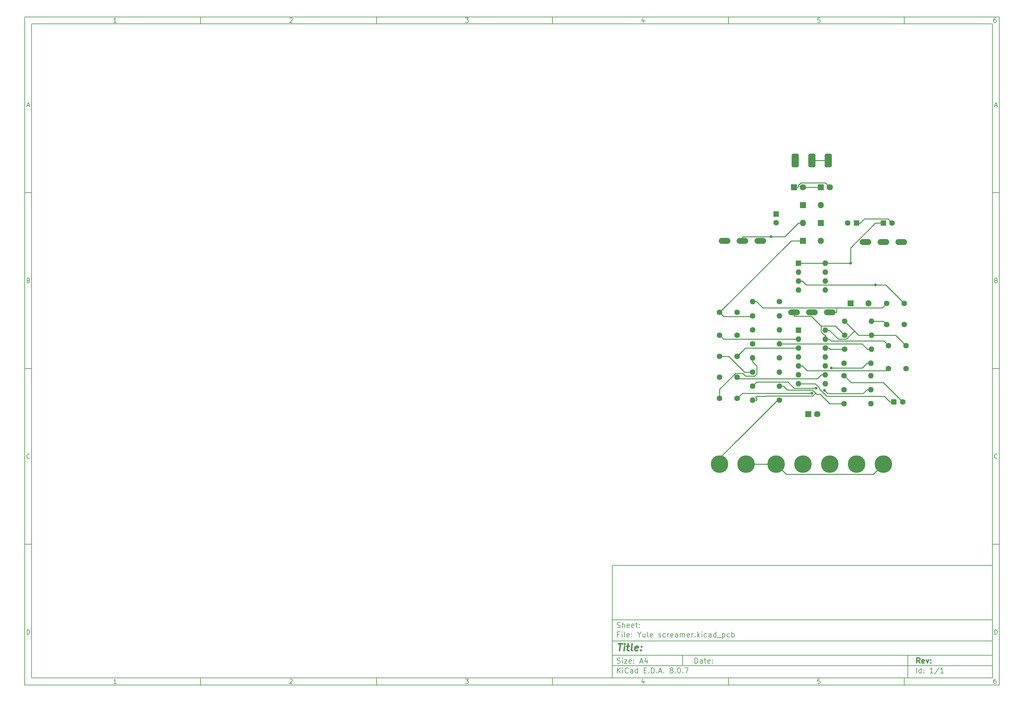
<source format=gbr>
%TF.GenerationSoftware,KiCad,Pcbnew,8.0.7*%
%TF.CreationDate,2024-12-12T07:23:30-07:00*%
%TF.ProjectId,Yule screamer,59756c65-2073-4637-9265-616d65722e6b,rev?*%
%TF.SameCoordinates,Original*%
%TF.FileFunction,Copper,L2,Bot*%
%TF.FilePolarity,Positive*%
%FSLAX46Y46*%
G04 Gerber Fmt 4.6, Leading zero omitted, Abs format (unit mm)*
G04 Created by KiCad (PCBNEW 8.0.7) date 2024-12-12 07:23:30*
%MOMM*%
%LPD*%
G01*
G04 APERTURE LIST*
G04 Aperture macros list*
%AMRoundRect*
0 Rectangle with rounded corners*
0 $1 Rounding radius*
0 $2 $3 $4 $5 $6 $7 $8 $9 X,Y pos of 4 corners*
0 Add a 4 corners polygon primitive as box body*
4,1,4,$2,$3,$4,$5,$6,$7,$8,$9,$2,$3,0*
0 Add four circle primitives for the rounded corners*
1,1,$1+$1,$2,$3*
1,1,$1+$1,$4,$5*
1,1,$1+$1,$6,$7*
1,1,$1+$1,$8,$9*
0 Add four rect primitives between the rounded corners*
20,1,$1+$1,$2,$3,$4,$5,0*
20,1,$1+$1,$4,$5,$6,$7,0*
20,1,$1+$1,$6,$7,$8,$9,0*
20,1,$1+$1,$8,$9,$2,$3,0*%
G04 Aperture macros list end*
%ADD10C,0.100000*%
%ADD11C,0.150000*%
%ADD12C,0.300000*%
%ADD13C,0.400000*%
%TA.AperFunction,ComponentPad*%
%ADD14C,1.600000*%
%TD*%
%TA.AperFunction,ComponentPad*%
%ADD15O,1.600000X1.600000*%
%TD*%
%TA.AperFunction,ComponentPad*%
%ADD16C,2.900000*%
%TD*%
%TA.AperFunction,ConnectorPad*%
%ADD17C,5.000000*%
%TD*%
%TA.AperFunction,ComponentPad*%
%ADD18R,1.800000X1.800000*%
%TD*%
%TA.AperFunction,ComponentPad*%
%ADD19C,1.800000*%
%TD*%
%TA.AperFunction,ComponentPad*%
%ADD20O,3.352800X1.676400*%
%TD*%
%TA.AperFunction,ComponentPad*%
%ADD21R,1.600000X1.600000*%
%TD*%
%TA.AperFunction,ComponentPad*%
%ADD22O,1.800000X1.800000*%
%TD*%
%TA.AperFunction,ComponentPad*%
%ADD23RoundRect,0.525000X-0.525000X1.425000X-0.525000X-1.425000X0.525000X-1.425000X0.525000X1.425000X0*%
%TD*%
%TA.AperFunction,ViaPad*%
%ADD24C,0.800000*%
%TD*%
%TA.AperFunction,Conductor*%
%ADD25C,0.250000*%
%TD*%
G04 APERTURE END LIST*
D10*
D11*
X177002200Y-166007200D02*
X285002200Y-166007200D01*
X285002200Y-198007200D01*
X177002200Y-198007200D01*
X177002200Y-166007200D01*
D10*
D11*
X10000000Y-10000000D02*
X287002200Y-10000000D01*
X287002200Y-200007200D01*
X10000000Y-200007200D01*
X10000000Y-10000000D01*
D10*
D11*
X12000000Y-12000000D02*
X285002200Y-12000000D01*
X285002200Y-198007200D01*
X12000000Y-198007200D01*
X12000000Y-12000000D01*
D10*
D11*
X60000000Y-12000000D02*
X60000000Y-10000000D01*
D10*
D11*
X110000000Y-12000000D02*
X110000000Y-10000000D01*
D10*
D11*
X160000000Y-12000000D02*
X160000000Y-10000000D01*
D10*
D11*
X210000000Y-12000000D02*
X210000000Y-10000000D01*
D10*
D11*
X260000000Y-12000000D02*
X260000000Y-10000000D01*
D10*
D11*
X36089160Y-11593604D02*
X35346303Y-11593604D01*
X35717731Y-11593604D02*
X35717731Y-10293604D01*
X35717731Y-10293604D02*
X35593922Y-10479319D01*
X35593922Y-10479319D02*
X35470112Y-10603128D01*
X35470112Y-10603128D02*
X35346303Y-10665033D01*
D10*
D11*
X85346303Y-10417414D02*
X85408207Y-10355509D01*
X85408207Y-10355509D02*
X85532017Y-10293604D01*
X85532017Y-10293604D02*
X85841541Y-10293604D01*
X85841541Y-10293604D02*
X85965350Y-10355509D01*
X85965350Y-10355509D02*
X86027255Y-10417414D01*
X86027255Y-10417414D02*
X86089160Y-10541223D01*
X86089160Y-10541223D02*
X86089160Y-10665033D01*
X86089160Y-10665033D02*
X86027255Y-10850747D01*
X86027255Y-10850747D02*
X85284398Y-11593604D01*
X85284398Y-11593604D02*
X86089160Y-11593604D01*
D10*
D11*
X135284398Y-10293604D02*
X136089160Y-10293604D01*
X136089160Y-10293604D02*
X135655826Y-10788842D01*
X135655826Y-10788842D02*
X135841541Y-10788842D01*
X135841541Y-10788842D02*
X135965350Y-10850747D01*
X135965350Y-10850747D02*
X136027255Y-10912652D01*
X136027255Y-10912652D02*
X136089160Y-11036461D01*
X136089160Y-11036461D02*
X136089160Y-11345985D01*
X136089160Y-11345985D02*
X136027255Y-11469795D01*
X136027255Y-11469795D02*
X135965350Y-11531700D01*
X135965350Y-11531700D02*
X135841541Y-11593604D01*
X135841541Y-11593604D02*
X135470112Y-11593604D01*
X135470112Y-11593604D02*
X135346303Y-11531700D01*
X135346303Y-11531700D02*
X135284398Y-11469795D01*
D10*
D11*
X185965350Y-10726938D02*
X185965350Y-11593604D01*
X185655826Y-10231700D02*
X185346303Y-11160271D01*
X185346303Y-11160271D02*
X186151064Y-11160271D01*
D10*
D11*
X236027255Y-10293604D02*
X235408207Y-10293604D01*
X235408207Y-10293604D02*
X235346303Y-10912652D01*
X235346303Y-10912652D02*
X235408207Y-10850747D01*
X235408207Y-10850747D02*
X235532017Y-10788842D01*
X235532017Y-10788842D02*
X235841541Y-10788842D01*
X235841541Y-10788842D02*
X235965350Y-10850747D01*
X235965350Y-10850747D02*
X236027255Y-10912652D01*
X236027255Y-10912652D02*
X236089160Y-11036461D01*
X236089160Y-11036461D02*
X236089160Y-11345985D01*
X236089160Y-11345985D02*
X236027255Y-11469795D01*
X236027255Y-11469795D02*
X235965350Y-11531700D01*
X235965350Y-11531700D02*
X235841541Y-11593604D01*
X235841541Y-11593604D02*
X235532017Y-11593604D01*
X235532017Y-11593604D02*
X235408207Y-11531700D01*
X235408207Y-11531700D02*
X235346303Y-11469795D01*
D10*
D11*
X285965350Y-10293604D02*
X285717731Y-10293604D01*
X285717731Y-10293604D02*
X285593922Y-10355509D01*
X285593922Y-10355509D02*
X285532017Y-10417414D01*
X285532017Y-10417414D02*
X285408207Y-10603128D01*
X285408207Y-10603128D02*
X285346303Y-10850747D01*
X285346303Y-10850747D02*
X285346303Y-11345985D01*
X285346303Y-11345985D02*
X285408207Y-11469795D01*
X285408207Y-11469795D02*
X285470112Y-11531700D01*
X285470112Y-11531700D02*
X285593922Y-11593604D01*
X285593922Y-11593604D02*
X285841541Y-11593604D01*
X285841541Y-11593604D02*
X285965350Y-11531700D01*
X285965350Y-11531700D02*
X286027255Y-11469795D01*
X286027255Y-11469795D02*
X286089160Y-11345985D01*
X286089160Y-11345985D02*
X286089160Y-11036461D01*
X286089160Y-11036461D02*
X286027255Y-10912652D01*
X286027255Y-10912652D02*
X285965350Y-10850747D01*
X285965350Y-10850747D02*
X285841541Y-10788842D01*
X285841541Y-10788842D02*
X285593922Y-10788842D01*
X285593922Y-10788842D02*
X285470112Y-10850747D01*
X285470112Y-10850747D02*
X285408207Y-10912652D01*
X285408207Y-10912652D02*
X285346303Y-11036461D01*
D10*
D11*
X60000000Y-198007200D02*
X60000000Y-200007200D01*
D10*
D11*
X110000000Y-198007200D02*
X110000000Y-200007200D01*
D10*
D11*
X160000000Y-198007200D02*
X160000000Y-200007200D01*
D10*
D11*
X210000000Y-198007200D02*
X210000000Y-200007200D01*
D10*
D11*
X260000000Y-198007200D02*
X260000000Y-200007200D01*
D10*
D11*
X36089160Y-199600804D02*
X35346303Y-199600804D01*
X35717731Y-199600804D02*
X35717731Y-198300804D01*
X35717731Y-198300804D02*
X35593922Y-198486519D01*
X35593922Y-198486519D02*
X35470112Y-198610328D01*
X35470112Y-198610328D02*
X35346303Y-198672233D01*
D10*
D11*
X85346303Y-198424614D02*
X85408207Y-198362709D01*
X85408207Y-198362709D02*
X85532017Y-198300804D01*
X85532017Y-198300804D02*
X85841541Y-198300804D01*
X85841541Y-198300804D02*
X85965350Y-198362709D01*
X85965350Y-198362709D02*
X86027255Y-198424614D01*
X86027255Y-198424614D02*
X86089160Y-198548423D01*
X86089160Y-198548423D02*
X86089160Y-198672233D01*
X86089160Y-198672233D02*
X86027255Y-198857947D01*
X86027255Y-198857947D02*
X85284398Y-199600804D01*
X85284398Y-199600804D02*
X86089160Y-199600804D01*
D10*
D11*
X135284398Y-198300804D02*
X136089160Y-198300804D01*
X136089160Y-198300804D02*
X135655826Y-198796042D01*
X135655826Y-198796042D02*
X135841541Y-198796042D01*
X135841541Y-198796042D02*
X135965350Y-198857947D01*
X135965350Y-198857947D02*
X136027255Y-198919852D01*
X136027255Y-198919852D02*
X136089160Y-199043661D01*
X136089160Y-199043661D02*
X136089160Y-199353185D01*
X136089160Y-199353185D02*
X136027255Y-199476995D01*
X136027255Y-199476995D02*
X135965350Y-199538900D01*
X135965350Y-199538900D02*
X135841541Y-199600804D01*
X135841541Y-199600804D02*
X135470112Y-199600804D01*
X135470112Y-199600804D02*
X135346303Y-199538900D01*
X135346303Y-199538900D02*
X135284398Y-199476995D01*
D10*
D11*
X185965350Y-198734138D02*
X185965350Y-199600804D01*
X185655826Y-198238900D02*
X185346303Y-199167471D01*
X185346303Y-199167471D02*
X186151064Y-199167471D01*
D10*
D11*
X236027255Y-198300804D02*
X235408207Y-198300804D01*
X235408207Y-198300804D02*
X235346303Y-198919852D01*
X235346303Y-198919852D02*
X235408207Y-198857947D01*
X235408207Y-198857947D02*
X235532017Y-198796042D01*
X235532017Y-198796042D02*
X235841541Y-198796042D01*
X235841541Y-198796042D02*
X235965350Y-198857947D01*
X235965350Y-198857947D02*
X236027255Y-198919852D01*
X236027255Y-198919852D02*
X236089160Y-199043661D01*
X236089160Y-199043661D02*
X236089160Y-199353185D01*
X236089160Y-199353185D02*
X236027255Y-199476995D01*
X236027255Y-199476995D02*
X235965350Y-199538900D01*
X235965350Y-199538900D02*
X235841541Y-199600804D01*
X235841541Y-199600804D02*
X235532017Y-199600804D01*
X235532017Y-199600804D02*
X235408207Y-199538900D01*
X235408207Y-199538900D02*
X235346303Y-199476995D01*
D10*
D11*
X285965350Y-198300804D02*
X285717731Y-198300804D01*
X285717731Y-198300804D02*
X285593922Y-198362709D01*
X285593922Y-198362709D02*
X285532017Y-198424614D01*
X285532017Y-198424614D02*
X285408207Y-198610328D01*
X285408207Y-198610328D02*
X285346303Y-198857947D01*
X285346303Y-198857947D02*
X285346303Y-199353185D01*
X285346303Y-199353185D02*
X285408207Y-199476995D01*
X285408207Y-199476995D02*
X285470112Y-199538900D01*
X285470112Y-199538900D02*
X285593922Y-199600804D01*
X285593922Y-199600804D02*
X285841541Y-199600804D01*
X285841541Y-199600804D02*
X285965350Y-199538900D01*
X285965350Y-199538900D02*
X286027255Y-199476995D01*
X286027255Y-199476995D02*
X286089160Y-199353185D01*
X286089160Y-199353185D02*
X286089160Y-199043661D01*
X286089160Y-199043661D02*
X286027255Y-198919852D01*
X286027255Y-198919852D02*
X285965350Y-198857947D01*
X285965350Y-198857947D02*
X285841541Y-198796042D01*
X285841541Y-198796042D02*
X285593922Y-198796042D01*
X285593922Y-198796042D02*
X285470112Y-198857947D01*
X285470112Y-198857947D02*
X285408207Y-198919852D01*
X285408207Y-198919852D02*
X285346303Y-199043661D01*
D10*
D11*
X10000000Y-60000000D02*
X12000000Y-60000000D01*
D10*
D11*
X10000000Y-110000000D02*
X12000000Y-110000000D01*
D10*
D11*
X10000000Y-160000000D02*
X12000000Y-160000000D01*
D10*
D11*
X10690476Y-35222176D02*
X11309523Y-35222176D01*
X10566666Y-35593604D02*
X10999999Y-34293604D01*
X10999999Y-34293604D02*
X11433333Y-35593604D01*
D10*
D11*
X11092857Y-84912652D02*
X11278571Y-84974557D01*
X11278571Y-84974557D02*
X11340476Y-85036461D01*
X11340476Y-85036461D02*
X11402380Y-85160271D01*
X11402380Y-85160271D02*
X11402380Y-85345985D01*
X11402380Y-85345985D02*
X11340476Y-85469795D01*
X11340476Y-85469795D02*
X11278571Y-85531700D01*
X11278571Y-85531700D02*
X11154761Y-85593604D01*
X11154761Y-85593604D02*
X10659523Y-85593604D01*
X10659523Y-85593604D02*
X10659523Y-84293604D01*
X10659523Y-84293604D02*
X11092857Y-84293604D01*
X11092857Y-84293604D02*
X11216666Y-84355509D01*
X11216666Y-84355509D02*
X11278571Y-84417414D01*
X11278571Y-84417414D02*
X11340476Y-84541223D01*
X11340476Y-84541223D02*
X11340476Y-84665033D01*
X11340476Y-84665033D02*
X11278571Y-84788842D01*
X11278571Y-84788842D02*
X11216666Y-84850747D01*
X11216666Y-84850747D02*
X11092857Y-84912652D01*
X11092857Y-84912652D02*
X10659523Y-84912652D01*
D10*
D11*
X11402380Y-135469795D02*
X11340476Y-135531700D01*
X11340476Y-135531700D02*
X11154761Y-135593604D01*
X11154761Y-135593604D02*
X11030952Y-135593604D01*
X11030952Y-135593604D02*
X10845238Y-135531700D01*
X10845238Y-135531700D02*
X10721428Y-135407890D01*
X10721428Y-135407890D02*
X10659523Y-135284080D01*
X10659523Y-135284080D02*
X10597619Y-135036461D01*
X10597619Y-135036461D02*
X10597619Y-134850747D01*
X10597619Y-134850747D02*
X10659523Y-134603128D01*
X10659523Y-134603128D02*
X10721428Y-134479319D01*
X10721428Y-134479319D02*
X10845238Y-134355509D01*
X10845238Y-134355509D02*
X11030952Y-134293604D01*
X11030952Y-134293604D02*
X11154761Y-134293604D01*
X11154761Y-134293604D02*
X11340476Y-134355509D01*
X11340476Y-134355509D02*
X11402380Y-134417414D01*
D10*
D11*
X10659523Y-185593604D02*
X10659523Y-184293604D01*
X10659523Y-184293604D02*
X10969047Y-184293604D01*
X10969047Y-184293604D02*
X11154761Y-184355509D01*
X11154761Y-184355509D02*
X11278571Y-184479319D01*
X11278571Y-184479319D02*
X11340476Y-184603128D01*
X11340476Y-184603128D02*
X11402380Y-184850747D01*
X11402380Y-184850747D02*
X11402380Y-185036461D01*
X11402380Y-185036461D02*
X11340476Y-185284080D01*
X11340476Y-185284080D02*
X11278571Y-185407890D01*
X11278571Y-185407890D02*
X11154761Y-185531700D01*
X11154761Y-185531700D02*
X10969047Y-185593604D01*
X10969047Y-185593604D02*
X10659523Y-185593604D01*
D10*
D11*
X287002200Y-60000000D02*
X285002200Y-60000000D01*
D10*
D11*
X287002200Y-110000000D02*
X285002200Y-110000000D01*
D10*
D11*
X287002200Y-160000000D02*
X285002200Y-160000000D01*
D10*
D11*
X285692676Y-35222176D02*
X286311723Y-35222176D01*
X285568866Y-35593604D02*
X286002199Y-34293604D01*
X286002199Y-34293604D02*
X286435533Y-35593604D01*
D10*
D11*
X286095057Y-84912652D02*
X286280771Y-84974557D01*
X286280771Y-84974557D02*
X286342676Y-85036461D01*
X286342676Y-85036461D02*
X286404580Y-85160271D01*
X286404580Y-85160271D02*
X286404580Y-85345985D01*
X286404580Y-85345985D02*
X286342676Y-85469795D01*
X286342676Y-85469795D02*
X286280771Y-85531700D01*
X286280771Y-85531700D02*
X286156961Y-85593604D01*
X286156961Y-85593604D02*
X285661723Y-85593604D01*
X285661723Y-85593604D02*
X285661723Y-84293604D01*
X285661723Y-84293604D02*
X286095057Y-84293604D01*
X286095057Y-84293604D02*
X286218866Y-84355509D01*
X286218866Y-84355509D02*
X286280771Y-84417414D01*
X286280771Y-84417414D02*
X286342676Y-84541223D01*
X286342676Y-84541223D02*
X286342676Y-84665033D01*
X286342676Y-84665033D02*
X286280771Y-84788842D01*
X286280771Y-84788842D02*
X286218866Y-84850747D01*
X286218866Y-84850747D02*
X286095057Y-84912652D01*
X286095057Y-84912652D02*
X285661723Y-84912652D01*
D10*
D11*
X286404580Y-135469795D02*
X286342676Y-135531700D01*
X286342676Y-135531700D02*
X286156961Y-135593604D01*
X286156961Y-135593604D02*
X286033152Y-135593604D01*
X286033152Y-135593604D02*
X285847438Y-135531700D01*
X285847438Y-135531700D02*
X285723628Y-135407890D01*
X285723628Y-135407890D02*
X285661723Y-135284080D01*
X285661723Y-135284080D02*
X285599819Y-135036461D01*
X285599819Y-135036461D02*
X285599819Y-134850747D01*
X285599819Y-134850747D02*
X285661723Y-134603128D01*
X285661723Y-134603128D02*
X285723628Y-134479319D01*
X285723628Y-134479319D02*
X285847438Y-134355509D01*
X285847438Y-134355509D02*
X286033152Y-134293604D01*
X286033152Y-134293604D02*
X286156961Y-134293604D01*
X286156961Y-134293604D02*
X286342676Y-134355509D01*
X286342676Y-134355509D02*
X286404580Y-134417414D01*
D10*
D11*
X285661723Y-185593604D02*
X285661723Y-184293604D01*
X285661723Y-184293604D02*
X285971247Y-184293604D01*
X285971247Y-184293604D02*
X286156961Y-184355509D01*
X286156961Y-184355509D02*
X286280771Y-184479319D01*
X286280771Y-184479319D02*
X286342676Y-184603128D01*
X286342676Y-184603128D02*
X286404580Y-184850747D01*
X286404580Y-184850747D02*
X286404580Y-185036461D01*
X286404580Y-185036461D02*
X286342676Y-185284080D01*
X286342676Y-185284080D02*
X286280771Y-185407890D01*
X286280771Y-185407890D02*
X286156961Y-185531700D01*
X286156961Y-185531700D02*
X285971247Y-185593604D01*
X285971247Y-185593604D02*
X285661723Y-185593604D01*
D10*
D11*
X200458026Y-193793328D02*
X200458026Y-192293328D01*
X200458026Y-192293328D02*
X200815169Y-192293328D01*
X200815169Y-192293328D02*
X201029455Y-192364757D01*
X201029455Y-192364757D02*
X201172312Y-192507614D01*
X201172312Y-192507614D02*
X201243741Y-192650471D01*
X201243741Y-192650471D02*
X201315169Y-192936185D01*
X201315169Y-192936185D02*
X201315169Y-193150471D01*
X201315169Y-193150471D02*
X201243741Y-193436185D01*
X201243741Y-193436185D02*
X201172312Y-193579042D01*
X201172312Y-193579042D02*
X201029455Y-193721900D01*
X201029455Y-193721900D02*
X200815169Y-193793328D01*
X200815169Y-193793328D02*
X200458026Y-193793328D01*
X202600884Y-193793328D02*
X202600884Y-193007614D01*
X202600884Y-193007614D02*
X202529455Y-192864757D01*
X202529455Y-192864757D02*
X202386598Y-192793328D01*
X202386598Y-192793328D02*
X202100884Y-192793328D01*
X202100884Y-192793328D02*
X201958026Y-192864757D01*
X202600884Y-193721900D02*
X202458026Y-193793328D01*
X202458026Y-193793328D02*
X202100884Y-193793328D01*
X202100884Y-193793328D02*
X201958026Y-193721900D01*
X201958026Y-193721900D02*
X201886598Y-193579042D01*
X201886598Y-193579042D02*
X201886598Y-193436185D01*
X201886598Y-193436185D02*
X201958026Y-193293328D01*
X201958026Y-193293328D02*
X202100884Y-193221900D01*
X202100884Y-193221900D02*
X202458026Y-193221900D01*
X202458026Y-193221900D02*
X202600884Y-193150471D01*
X203100884Y-192793328D02*
X203672312Y-192793328D01*
X203315169Y-192293328D02*
X203315169Y-193579042D01*
X203315169Y-193579042D02*
X203386598Y-193721900D01*
X203386598Y-193721900D02*
X203529455Y-193793328D01*
X203529455Y-193793328D02*
X203672312Y-193793328D01*
X204743741Y-193721900D02*
X204600884Y-193793328D01*
X204600884Y-193793328D02*
X204315170Y-193793328D01*
X204315170Y-193793328D02*
X204172312Y-193721900D01*
X204172312Y-193721900D02*
X204100884Y-193579042D01*
X204100884Y-193579042D02*
X204100884Y-193007614D01*
X204100884Y-193007614D02*
X204172312Y-192864757D01*
X204172312Y-192864757D02*
X204315170Y-192793328D01*
X204315170Y-192793328D02*
X204600884Y-192793328D01*
X204600884Y-192793328D02*
X204743741Y-192864757D01*
X204743741Y-192864757D02*
X204815170Y-193007614D01*
X204815170Y-193007614D02*
X204815170Y-193150471D01*
X204815170Y-193150471D02*
X204100884Y-193293328D01*
X205458026Y-193650471D02*
X205529455Y-193721900D01*
X205529455Y-193721900D02*
X205458026Y-193793328D01*
X205458026Y-193793328D02*
X205386598Y-193721900D01*
X205386598Y-193721900D02*
X205458026Y-193650471D01*
X205458026Y-193650471D02*
X205458026Y-193793328D01*
X205458026Y-192864757D02*
X205529455Y-192936185D01*
X205529455Y-192936185D02*
X205458026Y-193007614D01*
X205458026Y-193007614D02*
X205386598Y-192936185D01*
X205386598Y-192936185D02*
X205458026Y-192864757D01*
X205458026Y-192864757D02*
X205458026Y-193007614D01*
D10*
D11*
X177002200Y-194507200D02*
X285002200Y-194507200D01*
D10*
D11*
X178458026Y-196593328D02*
X178458026Y-195093328D01*
X179315169Y-196593328D02*
X178672312Y-195736185D01*
X179315169Y-195093328D02*
X178458026Y-195950471D01*
X179958026Y-196593328D02*
X179958026Y-195593328D01*
X179958026Y-195093328D02*
X179886598Y-195164757D01*
X179886598Y-195164757D02*
X179958026Y-195236185D01*
X179958026Y-195236185D02*
X180029455Y-195164757D01*
X180029455Y-195164757D02*
X179958026Y-195093328D01*
X179958026Y-195093328D02*
X179958026Y-195236185D01*
X181529455Y-196450471D02*
X181458027Y-196521900D01*
X181458027Y-196521900D02*
X181243741Y-196593328D01*
X181243741Y-196593328D02*
X181100884Y-196593328D01*
X181100884Y-196593328D02*
X180886598Y-196521900D01*
X180886598Y-196521900D02*
X180743741Y-196379042D01*
X180743741Y-196379042D02*
X180672312Y-196236185D01*
X180672312Y-196236185D02*
X180600884Y-195950471D01*
X180600884Y-195950471D02*
X180600884Y-195736185D01*
X180600884Y-195736185D02*
X180672312Y-195450471D01*
X180672312Y-195450471D02*
X180743741Y-195307614D01*
X180743741Y-195307614D02*
X180886598Y-195164757D01*
X180886598Y-195164757D02*
X181100884Y-195093328D01*
X181100884Y-195093328D02*
X181243741Y-195093328D01*
X181243741Y-195093328D02*
X181458027Y-195164757D01*
X181458027Y-195164757D02*
X181529455Y-195236185D01*
X182815170Y-196593328D02*
X182815170Y-195807614D01*
X182815170Y-195807614D02*
X182743741Y-195664757D01*
X182743741Y-195664757D02*
X182600884Y-195593328D01*
X182600884Y-195593328D02*
X182315170Y-195593328D01*
X182315170Y-195593328D02*
X182172312Y-195664757D01*
X182815170Y-196521900D02*
X182672312Y-196593328D01*
X182672312Y-196593328D02*
X182315170Y-196593328D01*
X182315170Y-196593328D02*
X182172312Y-196521900D01*
X182172312Y-196521900D02*
X182100884Y-196379042D01*
X182100884Y-196379042D02*
X182100884Y-196236185D01*
X182100884Y-196236185D02*
X182172312Y-196093328D01*
X182172312Y-196093328D02*
X182315170Y-196021900D01*
X182315170Y-196021900D02*
X182672312Y-196021900D01*
X182672312Y-196021900D02*
X182815170Y-195950471D01*
X184172313Y-196593328D02*
X184172313Y-195093328D01*
X184172313Y-196521900D02*
X184029455Y-196593328D01*
X184029455Y-196593328D02*
X183743741Y-196593328D01*
X183743741Y-196593328D02*
X183600884Y-196521900D01*
X183600884Y-196521900D02*
X183529455Y-196450471D01*
X183529455Y-196450471D02*
X183458027Y-196307614D01*
X183458027Y-196307614D02*
X183458027Y-195879042D01*
X183458027Y-195879042D02*
X183529455Y-195736185D01*
X183529455Y-195736185D02*
X183600884Y-195664757D01*
X183600884Y-195664757D02*
X183743741Y-195593328D01*
X183743741Y-195593328D02*
X184029455Y-195593328D01*
X184029455Y-195593328D02*
X184172313Y-195664757D01*
X186029455Y-195807614D02*
X186529455Y-195807614D01*
X186743741Y-196593328D02*
X186029455Y-196593328D01*
X186029455Y-196593328D02*
X186029455Y-195093328D01*
X186029455Y-195093328D02*
X186743741Y-195093328D01*
X187386598Y-196450471D02*
X187458027Y-196521900D01*
X187458027Y-196521900D02*
X187386598Y-196593328D01*
X187386598Y-196593328D02*
X187315170Y-196521900D01*
X187315170Y-196521900D02*
X187386598Y-196450471D01*
X187386598Y-196450471D02*
X187386598Y-196593328D01*
X188100884Y-196593328D02*
X188100884Y-195093328D01*
X188100884Y-195093328D02*
X188458027Y-195093328D01*
X188458027Y-195093328D02*
X188672313Y-195164757D01*
X188672313Y-195164757D02*
X188815170Y-195307614D01*
X188815170Y-195307614D02*
X188886599Y-195450471D01*
X188886599Y-195450471D02*
X188958027Y-195736185D01*
X188958027Y-195736185D02*
X188958027Y-195950471D01*
X188958027Y-195950471D02*
X188886599Y-196236185D01*
X188886599Y-196236185D02*
X188815170Y-196379042D01*
X188815170Y-196379042D02*
X188672313Y-196521900D01*
X188672313Y-196521900D02*
X188458027Y-196593328D01*
X188458027Y-196593328D02*
X188100884Y-196593328D01*
X189600884Y-196450471D02*
X189672313Y-196521900D01*
X189672313Y-196521900D02*
X189600884Y-196593328D01*
X189600884Y-196593328D02*
X189529456Y-196521900D01*
X189529456Y-196521900D02*
X189600884Y-196450471D01*
X189600884Y-196450471D02*
X189600884Y-196593328D01*
X190243742Y-196164757D02*
X190958028Y-196164757D01*
X190100885Y-196593328D02*
X190600885Y-195093328D01*
X190600885Y-195093328D02*
X191100885Y-196593328D01*
X191600884Y-196450471D02*
X191672313Y-196521900D01*
X191672313Y-196521900D02*
X191600884Y-196593328D01*
X191600884Y-196593328D02*
X191529456Y-196521900D01*
X191529456Y-196521900D02*
X191600884Y-196450471D01*
X191600884Y-196450471D02*
X191600884Y-196593328D01*
X193672313Y-195736185D02*
X193529456Y-195664757D01*
X193529456Y-195664757D02*
X193458027Y-195593328D01*
X193458027Y-195593328D02*
X193386599Y-195450471D01*
X193386599Y-195450471D02*
X193386599Y-195379042D01*
X193386599Y-195379042D02*
X193458027Y-195236185D01*
X193458027Y-195236185D02*
X193529456Y-195164757D01*
X193529456Y-195164757D02*
X193672313Y-195093328D01*
X193672313Y-195093328D02*
X193958027Y-195093328D01*
X193958027Y-195093328D02*
X194100885Y-195164757D01*
X194100885Y-195164757D02*
X194172313Y-195236185D01*
X194172313Y-195236185D02*
X194243742Y-195379042D01*
X194243742Y-195379042D02*
X194243742Y-195450471D01*
X194243742Y-195450471D02*
X194172313Y-195593328D01*
X194172313Y-195593328D02*
X194100885Y-195664757D01*
X194100885Y-195664757D02*
X193958027Y-195736185D01*
X193958027Y-195736185D02*
X193672313Y-195736185D01*
X193672313Y-195736185D02*
X193529456Y-195807614D01*
X193529456Y-195807614D02*
X193458027Y-195879042D01*
X193458027Y-195879042D02*
X193386599Y-196021900D01*
X193386599Y-196021900D02*
X193386599Y-196307614D01*
X193386599Y-196307614D02*
X193458027Y-196450471D01*
X193458027Y-196450471D02*
X193529456Y-196521900D01*
X193529456Y-196521900D02*
X193672313Y-196593328D01*
X193672313Y-196593328D02*
X193958027Y-196593328D01*
X193958027Y-196593328D02*
X194100885Y-196521900D01*
X194100885Y-196521900D02*
X194172313Y-196450471D01*
X194172313Y-196450471D02*
X194243742Y-196307614D01*
X194243742Y-196307614D02*
X194243742Y-196021900D01*
X194243742Y-196021900D02*
X194172313Y-195879042D01*
X194172313Y-195879042D02*
X194100885Y-195807614D01*
X194100885Y-195807614D02*
X193958027Y-195736185D01*
X194886598Y-196450471D02*
X194958027Y-196521900D01*
X194958027Y-196521900D02*
X194886598Y-196593328D01*
X194886598Y-196593328D02*
X194815170Y-196521900D01*
X194815170Y-196521900D02*
X194886598Y-196450471D01*
X194886598Y-196450471D02*
X194886598Y-196593328D01*
X195886599Y-195093328D02*
X196029456Y-195093328D01*
X196029456Y-195093328D02*
X196172313Y-195164757D01*
X196172313Y-195164757D02*
X196243742Y-195236185D01*
X196243742Y-195236185D02*
X196315170Y-195379042D01*
X196315170Y-195379042D02*
X196386599Y-195664757D01*
X196386599Y-195664757D02*
X196386599Y-196021900D01*
X196386599Y-196021900D02*
X196315170Y-196307614D01*
X196315170Y-196307614D02*
X196243742Y-196450471D01*
X196243742Y-196450471D02*
X196172313Y-196521900D01*
X196172313Y-196521900D02*
X196029456Y-196593328D01*
X196029456Y-196593328D02*
X195886599Y-196593328D01*
X195886599Y-196593328D02*
X195743742Y-196521900D01*
X195743742Y-196521900D02*
X195672313Y-196450471D01*
X195672313Y-196450471D02*
X195600884Y-196307614D01*
X195600884Y-196307614D02*
X195529456Y-196021900D01*
X195529456Y-196021900D02*
X195529456Y-195664757D01*
X195529456Y-195664757D02*
X195600884Y-195379042D01*
X195600884Y-195379042D02*
X195672313Y-195236185D01*
X195672313Y-195236185D02*
X195743742Y-195164757D01*
X195743742Y-195164757D02*
X195886599Y-195093328D01*
X197029455Y-196450471D02*
X197100884Y-196521900D01*
X197100884Y-196521900D02*
X197029455Y-196593328D01*
X197029455Y-196593328D02*
X196958027Y-196521900D01*
X196958027Y-196521900D02*
X197029455Y-196450471D01*
X197029455Y-196450471D02*
X197029455Y-196593328D01*
X197600884Y-195093328D02*
X198600884Y-195093328D01*
X198600884Y-195093328D02*
X197958027Y-196593328D01*
D10*
D11*
X177002200Y-191507200D02*
X285002200Y-191507200D01*
D10*
D12*
X264413853Y-193785528D02*
X263913853Y-193071242D01*
X263556710Y-193785528D02*
X263556710Y-192285528D01*
X263556710Y-192285528D02*
X264128139Y-192285528D01*
X264128139Y-192285528D02*
X264270996Y-192356957D01*
X264270996Y-192356957D02*
X264342425Y-192428385D01*
X264342425Y-192428385D02*
X264413853Y-192571242D01*
X264413853Y-192571242D02*
X264413853Y-192785528D01*
X264413853Y-192785528D02*
X264342425Y-192928385D01*
X264342425Y-192928385D02*
X264270996Y-192999814D01*
X264270996Y-192999814D02*
X264128139Y-193071242D01*
X264128139Y-193071242D02*
X263556710Y-193071242D01*
X265628139Y-193714100D02*
X265485282Y-193785528D01*
X265485282Y-193785528D02*
X265199568Y-193785528D01*
X265199568Y-193785528D02*
X265056710Y-193714100D01*
X265056710Y-193714100D02*
X264985282Y-193571242D01*
X264985282Y-193571242D02*
X264985282Y-192999814D01*
X264985282Y-192999814D02*
X265056710Y-192856957D01*
X265056710Y-192856957D02*
X265199568Y-192785528D01*
X265199568Y-192785528D02*
X265485282Y-192785528D01*
X265485282Y-192785528D02*
X265628139Y-192856957D01*
X265628139Y-192856957D02*
X265699568Y-192999814D01*
X265699568Y-192999814D02*
X265699568Y-193142671D01*
X265699568Y-193142671D02*
X264985282Y-193285528D01*
X266199567Y-192785528D02*
X266556710Y-193785528D01*
X266556710Y-193785528D02*
X266913853Y-192785528D01*
X267485281Y-193642671D02*
X267556710Y-193714100D01*
X267556710Y-193714100D02*
X267485281Y-193785528D01*
X267485281Y-193785528D02*
X267413853Y-193714100D01*
X267413853Y-193714100D02*
X267485281Y-193642671D01*
X267485281Y-193642671D02*
X267485281Y-193785528D01*
X267485281Y-192856957D02*
X267556710Y-192928385D01*
X267556710Y-192928385D02*
X267485281Y-192999814D01*
X267485281Y-192999814D02*
X267413853Y-192928385D01*
X267413853Y-192928385D02*
X267485281Y-192856957D01*
X267485281Y-192856957D02*
X267485281Y-192999814D01*
D10*
D11*
X178386598Y-193721900D02*
X178600884Y-193793328D01*
X178600884Y-193793328D02*
X178958026Y-193793328D01*
X178958026Y-193793328D02*
X179100884Y-193721900D01*
X179100884Y-193721900D02*
X179172312Y-193650471D01*
X179172312Y-193650471D02*
X179243741Y-193507614D01*
X179243741Y-193507614D02*
X179243741Y-193364757D01*
X179243741Y-193364757D02*
X179172312Y-193221900D01*
X179172312Y-193221900D02*
X179100884Y-193150471D01*
X179100884Y-193150471D02*
X178958026Y-193079042D01*
X178958026Y-193079042D02*
X178672312Y-193007614D01*
X178672312Y-193007614D02*
X178529455Y-192936185D01*
X178529455Y-192936185D02*
X178458026Y-192864757D01*
X178458026Y-192864757D02*
X178386598Y-192721900D01*
X178386598Y-192721900D02*
X178386598Y-192579042D01*
X178386598Y-192579042D02*
X178458026Y-192436185D01*
X178458026Y-192436185D02*
X178529455Y-192364757D01*
X178529455Y-192364757D02*
X178672312Y-192293328D01*
X178672312Y-192293328D02*
X179029455Y-192293328D01*
X179029455Y-192293328D02*
X179243741Y-192364757D01*
X179886597Y-193793328D02*
X179886597Y-192793328D01*
X179886597Y-192293328D02*
X179815169Y-192364757D01*
X179815169Y-192364757D02*
X179886597Y-192436185D01*
X179886597Y-192436185D02*
X179958026Y-192364757D01*
X179958026Y-192364757D02*
X179886597Y-192293328D01*
X179886597Y-192293328D02*
X179886597Y-192436185D01*
X180458026Y-192793328D02*
X181243741Y-192793328D01*
X181243741Y-192793328D02*
X180458026Y-193793328D01*
X180458026Y-193793328D02*
X181243741Y-193793328D01*
X182386598Y-193721900D02*
X182243741Y-193793328D01*
X182243741Y-193793328D02*
X181958027Y-193793328D01*
X181958027Y-193793328D02*
X181815169Y-193721900D01*
X181815169Y-193721900D02*
X181743741Y-193579042D01*
X181743741Y-193579042D02*
X181743741Y-193007614D01*
X181743741Y-193007614D02*
X181815169Y-192864757D01*
X181815169Y-192864757D02*
X181958027Y-192793328D01*
X181958027Y-192793328D02*
X182243741Y-192793328D01*
X182243741Y-192793328D02*
X182386598Y-192864757D01*
X182386598Y-192864757D02*
X182458027Y-193007614D01*
X182458027Y-193007614D02*
X182458027Y-193150471D01*
X182458027Y-193150471D02*
X181743741Y-193293328D01*
X183100883Y-193650471D02*
X183172312Y-193721900D01*
X183172312Y-193721900D02*
X183100883Y-193793328D01*
X183100883Y-193793328D02*
X183029455Y-193721900D01*
X183029455Y-193721900D02*
X183100883Y-193650471D01*
X183100883Y-193650471D02*
X183100883Y-193793328D01*
X183100883Y-192864757D02*
X183172312Y-192936185D01*
X183172312Y-192936185D02*
X183100883Y-193007614D01*
X183100883Y-193007614D02*
X183029455Y-192936185D01*
X183029455Y-192936185D02*
X183100883Y-192864757D01*
X183100883Y-192864757D02*
X183100883Y-193007614D01*
X184886598Y-193364757D02*
X185600884Y-193364757D01*
X184743741Y-193793328D02*
X185243741Y-192293328D01*
X185243741Y-192293328D02*
X185743741Y-193793328D01*
X186886598Y-192793328D02*
X186886598Y-193793328D01*
X186529455Y-192221900D02*
X186172312Y-193293328D01*
X186172312Y-193293328D02*
X187100883Y-193293328D01*
D10*
D11*
X263458026Y-196593328D02*
X263458026Y-195093328D01*
X264815170Y-196593328D02*
X264815170Y-195093328D01*
X264815170Y-196521900D02*
X264672312Y-196593328D01*
X264672312Y-196593328D02*
X264386598Y-196593328D01*
X264386598Y-196593328D02*
X264243741Y-196521900D01*
X264243741Y-196521900D02*
X264172312Y-196450471D01*
X264172312Y-196450471D02*
X264100884Y-196307614D01*
X264100884Y-196307614D02*
X264100884Y-195879042D01*
X264100884Y-195879042D02*
X264172312Y-195736185D01*
X264172312Y-195736185D02*
X264243741Y-195664757D01*
X264243741Y-195664757D02*
X264386598Y-195593328D01*
X264386598Y-195593328D02*
X264672312Y-195593328D01*
X264672312Y-195593328D02*
X264815170Y-195664757D01*
X265529455Y-196450471D02*
X265600884Y-196521900D01*
X265600884Y-196521900D02*
X265529455Y-196593328D01*
X265529455Y-196593328D02*
X265458027Y-196521900D01*
X265458027Y-196521900D02*
X265529455Y-196450471D01*
X265529455Y-196450471D02*
X265529455Y-196593328D01*
X265529455Y-195664757D02*
X265600884Y-195736185D01*
X265600884Y-195736185D02*
X265529455Y-195807614D01*
X265529455Y-195807614D02*
X265458027Y-195736185D01*
X265458027Y-195736185D02*
X265529455Y-195664757D01*
X265529455Y-195664757D02*
X265529455Y-195807614D01*
X268172313Y-196593328D02*
X267315170Y-196593328D01*
X267743741Y-196593328D02*
X267743741Y-195093328D01*
X267743741Y-195093328D02*
X267600884Y-195307614D01*
X267600884Y-195307614D02*
X267458027Y-195450471D01*
X267458027Y-195450471D02*
X267315170Y-195521900D01*
X269886598Y-195021900D02*
X268600884Y-196950471D01*
X271172313Y-196593328D02*
X270315170Y-196593328D01*
X270743741Y-196593328D02*
X270743741Y-195093328D01*
X270743741Y-195093328D02*
X270600884Y-195307614D01*
X270600884Y-195307614D02*
X270458027Y-195450471D01*
X270458027Y-195450471D02*
X270315170Y-195521900D01*
D10*
D11*
X177002200Y-187507200D02*
X285002200Y-187507200D01*
D10*
D13*
X178693928Y-188211638D02*
X179836785Y-188211638D01*
X179015357Y-190211638D02*
X179265357Y-188211638D01*
X180253452Y-190211638D02*
X180420119Y-188878304D01*
X180503452Y-188211638D02*
X180396309Y-188306876D01*
X180396309Y-188306876D02*
X180479643Y-188402114D01*
X180479643Y-188402114D02*
X180586786Y-188306876D01*
X180586786Y-188306876D02*
X180503452Y-188211638D01*
X180503452Y-188211638D02*
X180479643Y-188402114D01*
X181086786Y-188878304D02*
X181848690Y-188878304D01*
X181455833Y-188211638D02*
X181241548Y-189925923D01*
X181241548Y-189925923D02*
X181312976Y-190116400D01*
X181312976Y-190116400D02*
X181491548Y-190211638D01*
X181491548Y-190211638D02*
X181682024Y-190211638D01*
X182634405Y-190211638D02*
X182455833Y-190116400D01*
X182455833Y-190116400D02*
X182384405Y-189925923D01*
X182384405Y-189925923D02*
X182598690Y-188211638D01*
X184170119Y-190116400D02*
X183967738Y-190211638D01*
X183967738Y-190211638D02*
X183586785Y-190211638D01*
X183586785Y-190211638D02*
X183408214Y-190116400D01*
X183408214Y-190116400D02*
X183336785Y-189925923D01*
X183336785Y-189925923D02*
X183432024Y-189164019D01*
X183432024Y-189164019D02*
X183551071Y-188973542D01*
X183551071Y-188973542D02*
X183753452Y-188878304D01*
X183753452Y-188878304D02*
X184134404Y-188878304D01*
X184134404Y-188878304D02*
X184312976Y-188973542D01*
X184312976Y-188973542D02*
X184384404Y-189164019D01*
X184384404Y-189164019D02*
X184360595Y-189354495D01*
X184360595Y-189354495D02*
X183384404Y-189544971D01*
X185134405Y-190021161D02*
X185217738Y-190116400D01*
X185217738Y-190116400D02*
X185110595Y-190211638D01*
X185110595Y-190211638D02*
X185027262Y-190116400D01*
X185027262Y-190116400D02*
X185134405Y-190021161D01*
X185134405Y-190021161D02*
X185110595Y-190211638D01*
X185265357Y-188973542D02*
X185348690Y-189068780D01*
X185348690Y-189068780D02*
X185241548Y-189164019D01*
X185241548Y-189164019D02*
X185158214Y-189068780D01*
X185158214Y-189068780D02*
X185265357Y-188973542D01*
X185265357Y-188973542D02*
X185241548Y-189164019D01*
D10*
D11*
X178958026Y-185607614D02*
X178458026Y-185607614D01*
X178458026Y-186393328D02*
X178458026Y-184893328D01*
X178458026Y-184893328D02*
X179172312Y-184893328D01*
X179743740Y-186393328D02*
X179743740Y-185393328D01*
X179743740Y-184893328D02*
X179672312Y-184964757D01*
X179672312Y-184964757D02*
X179743740Y-185036185D01*
X179743740Y-185036185D02*
X179815169Y-184964757D01*
X179815169Y-184964757D02*
X179743740Y-184893328D01*
X179743740Y-184893328D02*
X179743740Y-185036185D01*
X180672312Y-186393328D02*
X180529455Y-186321900D01*
X180529455Y-186321900D02*
X180458026Y-186179042D01*
X180458026Y-186179042D02*
X180458026Y-184893328D01*
X181815169Y-186321900D02*
X181672312Y-186393328D01*
X181672312Y-186393328D02*
X181386598Y-186393328D01*
X181386598Y-186393328D02*
X181243740Y-186321900D01*
X181243740Y-186321900D02*
X181172312Y-186179042D01*
X181172312Y-186179042D02*
X181172312Y-185607614D01*
X181172312Y-185607614D02*
X181243740Y-185464757D01*
X181243740Y-185464757D02*
X181386598Y-185393328D01*
X181386598Y-185393328D02*
X181672312Y-185393328D01*
X181672312Y-185393328D02*
X181815169Y-185464757D01*
X181815169Y-185464757D02*
X181886598Y-185607614D01*
X181886598Y-185607614D02*
X181886598Y-185750471D01*
X181886598Y-185750471D02*
X181172312Y-185893328D01*
X182529454Y-186250471D02*
X182600883Y-186321900D01*
X182600883Y-186321900D02*
X182529454Y-186393328D01*
X182529454Y-186393328D02*
X182458026Y-186321900D01*
X182458026Y-186321900D02*
X182529454Y-186250471D01*
X182529454Y-186250471D02*
X182529454Y-186393328D01*
X182529454Y-185464757D02*
X182600883Y-185536185D01*
X182600883Y-185536185D02*
X182529454Y-185607614D01*
X182529454Y-185607614D02*
X182458026Y-185536185D01*
X182458026Y-185536185D02*
X182529454Y-185464757D01*
X182529454Y-185464757D02*
X182529454Y-185607614D01*
X184672312Y-185679042D02*
X184672312Y-186393328D01*
X184172312Y-184893328D02*
X184672312Y-185679042D01*
X184672312Y-185679042D02*
X185172312Y-184893328D01*
X186315169Y-185393328D02*
X186315169Y-186393328D01*
X185672311Y-185393328D02*
X185672311Y-186179042D01*
X185672311Y-186179042D02*
X185743740Y-186321900D01*
X185743740Y-186321900D02*
X185886597Y-186393328D01*
X185886597Y-186393328D02*
X186100883Y-186393328D01*
X186100883Y-186393328D02*
X186243740Y-186321900D01*
X186243740Y-186321900D02*
X186315169Y-186250471D01*
X187243740Y-186393328D02*
X187100883Y-186321900D01*
X187100883Y-186321900D02*
X187029454Y-186179042D01*
X187029454Y-186179042D02*
X187029454Y-184893328D01*
X188386597Y-186321900D02*
X188243740Y-186393328D01*
X188243740Y-186393328D02*
X187958026Y-186393328D01*
X187958026Y-186393328D02*
X187815168Y-186321900D01*
X187815168Y-186321900D02*
X187743740Y-186179042D01*
X187743740Y-186179042D02*
X187743740Y-185607614D01*
X187743740Y-185607614D02*
X187815168Y-185464757D01*
X187815168Y-185464757D02*
X187958026Y-185393328D01*
X187958026Y-185393328D02*
X188243740Y-185393328D01*
X188243740Y-185393328D02*
X188386597Y-185464757D01*
X188386597Y-185464757D02*
X188458026Y-185607614D01*
X188458026Y-185607614D02*
X188458026Y-185750471D01*
X188458026Y-185750471D02*
X187743740Y-185893328D01*
X190172311Y-186321900D02*
X190315168Y-186393328D01*
X190315168Y-186393328D02*
X190600882Y-186393328D01*
X190600882Y-186393328D02*
X190743739Y-186321900D01*
X190743739Y-186321900D02*
X190815168Y-186179042D01*
X190815168Y-186179042D02*
X190815168Y-186107614D01*
X190815168Y-186107614D02*
X190743739Y-185964757D01*
X190743739Y-185964757D02*
X190600882Y-185893328D01*
X190600882Y-185893328D02*
X190386597Y-185893328D01*
X190386597Y-185893328D02*
X190243739Y-185821900D01*
X190243739Y-185821900D02*
X190172311Y-185679042D01*
X190172311Y-185679042D02*
X190172311Y-185607614D01*
X190172311Y-185607614D02*
X190243739Y-185464757D01*
X190243739Y-185464757D02*
X190386597Y-185393328D01*
X190386597Y-185393328D02*
X190600882Y-185393328D01*
X190600882Y-185393328D02*
X190743739Y-185464757D01*
X192100883Y-186321900D02*
X191958025Y-186393328D01*
X191958025Y-186393328D02*
X191672311Y-186393328D01*
X191672311Y-186393328D02*
X191529454Y-186321900D01*
X191529454Y-186321900D02*
X191458025Y-186250471D01*
X191458025Y-186250471D02*
X191386597Y-186107614D01*
X191386597Y-186107614D02*
X191386597Y-185679042D01*
X191386597Y-185679042D02*
X191458025Y-185536185D01*
X191458025Y-185536185D02*
X191529454Y-185464757D01*
X191529454Y-185464757D02*
X191672311Y-185393328D01*
X191672311Y-185393328D02*
X191958025Y-185393328D01*
X191958025Y-185393328D02*
X192100883Y-185464757D01*
X192743739Y-186393328D02*
X192743739Y-185393328D01*
X192743739Y-185679042D02*
X192815168Y-185536185D01*
X192815168Y-185536185D02*
X192886597Y-185464757D01*
X192886597Y-185464757D02*
X193029454Y-185393328D01*
X193029454Y-185393328D02*
X193172311Y-185393328D01*
X194243739Y-186321900D02*
X194100882Y-186393328D01*
X194100882Y-186393328D02*
X193815168Y-186393328D01*
X193815168Y-186393328D02*
X193672310Y-186321900D01*
X193672310Y-186321900D02*
X193600882Y-186179042D01*
X193600882Y-186179042D02*
X193600882Y-185607614D01*
X193600882Y-185607614D02*
X193672310Y-185464757D01*
X193672310Y-185464757D02*
X193815168Y-185393328D01*
X193815168Y-185393328D02*
X194100882Y-185393328D01*
X194100882Y-185393328D02*
X194243739Y-185464757D01*
X194243739Y-185464757D02*
X194315168Y-185607614D01*
X194315168Y-185607614D02*
X194315168Y-185750471D01*
X194315168Y-185750471D02*
X193600882Y-185893328D01*
X195600882Y-186393328D02*
X195600882Y-185607614D01*
X195600882Y-185607614D02*
X195529453Y-185464757D01*
X195529453Y-185464757D02*
X195386596Y-185393328D01*
X195386596Y-185393328D02*
X195100882Y-185393328D01*
X195100882Y-185393328D02*
X194958024Y-185464757D01*
X195600882Y-186321900D02*
X195458024Y-186393328D01*
X195458024Y-186393328D02*
X195100882Y-186393328D01*
X195100882Y-186393328D02*
X194958024Y-186321900D01*
X194958024Y-186321900D02*
X194886596Y-186179042D01*
X194886596Y-186179042D02*
X194886596Y-186036185D01*
X194886596Y-186036185D02*
X194958024Y-185893328D01*
X194958024Y-185893328D02*
X195100882Y-185821900D01*
X195100882Y-185821900D02*
X195458024Y-185821900D01*
X195458024Y-185821900D02*
X195600882Y-185750471D01*
X196315167Y-186393328D02*
X196315167Y-185393328D01*
X196315167Y-185536185D02*
X196386596Y-185464757D01*
X196386596Y-185464757D02*
X196529453Y-185393328D01*
X196529453Y-185393328D02*
X196743739Y-185393328D01*
X196743739Y-185393328D02*
X196886596Y-185464757D01*
X196886596Y-185464757D02*
X196958025Y-185607614D01*
X196958025Y-185607614D02*
X196958025Y-186393328D01*
X196958025Y-185607614D02*
X197029453Y-185464757D01*
X197029453Y-185464757D02*
X197172310Y-185393328D01*
X197172310Y-185393328D02*
X197386596Y-185393328D01*
X197386596Y-185393328D02*
X197529453Y-185464757D01*
X197529453Y-185464757D02*
X197600882Y-185607614D01*
X197600882Y-185607614D02*
X197600882Y-186393328D01*
X198886596Y-186321900D02*
X198743739Y-186393328D01*
X198743739Y-186393328D02*
X198458025Y-186393328D01*
X198458025Y-186393328D02*
X198315167Y-186321900D01*
X198315167Y-186321900D02*
X198243739Y-186179042D01*
X198243739Y-186179042D02*
X198243739Y-185607614D01*
X198243739Y-185607614D02*
X198315167Y-185464757D01*
X198315167Y-185464757D02*
X198458025Y-185393328D01*
X198458025Y-185393328D02*
X198743739Y-185393328D01*
X198743739Y-185393328D02*
X198886596Y-185464757D01*
X198886596Y-185464757D02*
X198958025Y-185607614D01*
X198958025Y-185607614D02*
X198958025Y-185750471D01*
X198958025Y-185750471D02*
X198243739Y-185893328D01*
X199600881Y-186393328D02*
X199600881Y-185393328D01*
X199600881Y-185679042D02*
X199672310Y-185536185D01*
X199672310Y-185536185D02*
X199743739Y-185464757D01*
X199743739Y-185464757D02*
X199886596Y-185393328D01*
X199886596Y-185393328D02*
X200029453Y-185393328D01*
X200529452Y-186250471D02*
X200600881Y-186321900D01*
X200600881Y-186321900D02*
X200529452Y-186393328D01*
X200529452Y-186393328D02*
X200458024Y-186321900D01*
X200458024Y-186321900D02*
X200529452Y-186250471D01*
X200529452Y-186250471D02*
X200529452Y-186393328D01*
X201243738Y-186393328D02*
X201243738Y-184893328D01*
X201386596Y-185821900D02*
X201815167Y-186393328D01*
X201815167Y-185393328D02*
X201243738Y-185964757D01*
X202458024Y-186393328D02*
X202458024Y-185393328D01*
X202458024Y-184893328D02*
X202386596Y-184964757D01*
X202386596Y-184964757D02*
X202458024Y-185036185D01*
X202458024Y-185036185D02*
X202529453Y-184964757D01*
X202529453Y-184964757D02*
X202458024Y-184893328D01*
X202458024Y-184893328D02*
X202458024Y-185036185D01*
X203815168Y-186321900D02*
X203672310Y-186393328D01*
X203672310Y-186393328D02*
X203386596Y-186393328D01*
X203386596Y-186393328D02*
X203243739Y-186321900D01*
X203243739Y-186321900D02*
X203172310Y-186250471D01*
X203172310Y-186250471D02*
X203100882Y-186107614D01*
X203100882Y-186107614D02*
X203100882Y-185679042D01*
X203100882Y-185679042D02*
X203172310Y-185536185D01*
X203172310Y-185536185D02*
X203243739Y-185464757D01*
X203243739Y-185464757D02*
X203386596Y-185393328D01*
X203386596Y-185393328D02*
X203672310Y-185393328D01*
X203672310Y-185393328D02*
X203815168Y-185464757D01*
X205100882Y-186393328D02*
X205100882Y-185607614D01*
X205100882Y-185607614D02*
X205029453Y-185464757D01*
X205029453Y-185464757D02*
X204886596Y-185393328D01*
X204886596Y-185393328D02*
X204600882Y-185393328D01*
X204600882Y-185393328D02*
X204458024Y-185464757D01*
X205100882Y-186321900D02*
X204958024Y-186393328D01*
X204958024Y-186393328D02*
X204600882Y-186393328D01*
X204600882Y-186393328D02*
X204458024Y-186321900D01*
X204458024Y-186321900D02*
X204386596Y-186179042D01*
X204386596Y-186179042D02*
X204386596Y-186036185D01*
X204386596Y-186036185D02*
X204458024Y-185893328D01*
X204458024Y-185893328D02*
X204600882Y-185821900D01*
X204600882Y-185821900D02*
X204958024Y-185821900D01*
X204958024Y-185821900D02*
X205100882Y-185750471D01*
X206458025Y-186393328D02*
X206458025Y-184893328D01*
X206458025Y-186321900D02*
X206315167Y-186393328D01*
X206315167Y-186393328D02*
X206029453Y-186393328D01*
X206029453Y-186393328D02*
X205886596Y-186321900D01*
X205886596Y-186321900D02*
X205815167Y-186250471D01*
X205815167Y-186250471D02*
X205743739Y-186107614D01*
X205743739Y-186107614D02*
X205743739Y-185679042D01*
X205743739Y-185679042D02*
X205815167Y-185536185D01*
X205815167Y-185536185D02*
X205886596Y-185464757D01*
X205886596Y-185464757D02*
X206029453Y-185393328D01*
X206029453Y-185393328D02*
X206315167Y-185393328D01*
X206315167Y-185393328D02*
X206458025Y-185464757D01*
X206815168Y-186536185D02*
X207958025Y-186536185D01*
X208315167Y-185393328D02*
X208315167Y-186893328D01*
X208315167Y-185464757D02*
X208458025Y-185393328D01*
X208458025Y-185393328D02*
X208743739Y-185393328D01*
X208743739Y-185393328D02*
X208886596Y-185464757D01*
X208886596Y-185464757D02*
X208958025Y-185536185D01*
X208958025Y-185536185D02*
X209029453Y-185679042D01*
X209029453Y-185679042D02*
X209029453Y-186107614D01*
X209029453Y-186107614D02*
X208958025Y-186250471D01*
X208958025Y-186250471D02*
X208886596Y-186321900D01*
X208886596Y-186321900D02*
X208743739Y-186393328D01*
X208743739Y-186393328D02*
X208458025Y-186393328D01*
X208458025Y-186393328D02*
X208315167Y-186321900D01*
X210315168Y-186321900D02*
X210172310Y-186393328D01*
X210172310Y-186393328D02*
X209886596Y-186393328D01*
X209886596Y-186393328D02*
X209743739Y-186321900D01*
X209743739Y-186321900D02*
X209672310Y-186250471D01*
X209672310Y-186250471D02*
X209600882Y-186107614D01*
X209600882Y-186107614D02*
X209600882Y-185679042D01*
X209600882Y-185679042D02*
X209672310Y-185536185D01*
X209672310Y-185536185D02*
X209743739Y-185464757D01*
X209743739Y-185464757D02*
X209886596Y-185393328D01*
X209886596Y-185393328D02*
X210172310Y-185393328D01*
X210172310Y-185393328D02*
X210315168Y-185464757D01*
X210958024Y-186393328D02*
X210958024Y-184893328D01*
X210958024Y-185464757D02*
X211100882Y-185393328D01*
X211100882Y-185393328D02*
X211386596Y-185393328D01*
X211386596Y-185393328D02*
X211529453Y-185464757D01*
X211529453Y-185464757D02*
X211600882Y-185536185D01*
X211600882Y-185536185D02*
X211672310Y-185679042D01*
X211672310Y-185679042D02*
X211672310Y-186107614D01*
X211672310Y-186107614D02*
X211600882Y-186250471D01*
X211600882Y-186250471D02*
X211529453Y-186321900D01*
X211529453Y-186321900D02*
X211386596Y-186393328D01*
X211386596Y-186393328D02*
X211100882Y-186393328D01*
X211100882Y-186393328D02*
X210958024Y-186321900D01*
D10*
D11*
X177002200Y-181507200D02*
X285002200Y-181507200D01*
D10*
D11*
X178386598Y-183621900D02*
X178600884Y-183693328D01*
X178600884Y-183693328D02*
X178958026Y-183693328D01*
X178958026Y-183693328D02*
X179100884Y-183621900D01*
X179100884Y-183621900D02*
X179172312Y-183550471D01*
X179172312Y-183550471D02*
X179243741Y-183407614D01*
X179243741Y-183407614D02*
X179243741Y-183264757D01*
X179243741Y-183264757D02*
X179172312Y-183121900D01*
X179172312Y-183121900D02*
X179100884Y-183050471D01*
X179100884Y-183050471D02*
X178958026Y-182979042D01*
X178958026Y-182979042D02*
X178672312Y-182907614D01*
X178672312Y-182907614D02*
X178529455Y-182836185D01*
X178529455Y-182836185D02*
X178458026Y-182764757D01*
X178458026Y-182764757D02*
X178386598Y-182621900D01*
X178386598Y-182621900D02*
X178386598Y-182479042D01*
X178386598Y-182479042D02*
X178458026Y-182336185D01*
X178458026Y-182336185D02*
X178529455Y-182264757D01*
X178529455Y-182264757D02*
X178672312Y-182193328D01*
X178672312Y-182193328D02*
X179029455Y-182193328D01*
X179029455Y-182193328D02*
X179243741Y-182264757D01*
X179886597Y-183693328D02*
X179886597Y-182193328D01*
X180529455Y-183693328D02*
X180529455Y-182907614D01*
X180529455Y-182907614D02*
X180458026Y-182764757D01*
X180458026Y-182764757D02*
X180315169Y-182693328D01*
X180315169Y-182693328D02*
X180100883Y-182693328D01*
X180100883Y-182693328D02*
X179958026Y-182764757D01*
X179958026Y-182764757D02*
X179886597Y-182836185D01*
X181815169Y-183621900D02*
X181672312Y-183693328D01*
X181672312Y-183693328D02*
X181386598Y-183693328D01*
X181386598Y-183693328D02*
X181243740Y-183621900D01*
X181243740Y-183621900D02*
X181172312Y-183479042D01*
X181172312Y-183479042D02*
X181172312Y-182907614D01*
X181172312Y-182907614D02*
X181243740Y-182764757D01*
X181243740Y-182764757D02*
X181386598Y-182693328D01*
X181386598Y-182693328D02*
X181672312Y-182693328D01*
X181672312Y-182693328D02*
X181815169Y-182764757D01*
X181815169Y-182764757D02*
X181886598Y-182907614D01*
X181886598Y-182907614D02*
X181886598Y-183050471D01*
X181886598Y-183050471D02*
X181172312Y-183193328D01*
X183100883Y-183621900D02*
X182958026Y-183693328D01*
X182958026Y-183693328D02*
X182672312Y-183693328D01*
X182672312Y-183693328D02*
X182529454Y-183621900D01*
X182529454Y-183621900D02*
X182458026Y-183479042D01*
X182458026Y-183479042D02*
X182458026Y-182907614D01*
X182458026Y-182907614D02*
X182529454Y-182764757D01*
X182529454Y-182764757D02*
X182672312Y-182693328D01*
X182672312Y-182693328D02*
X182958026Y-182693328D01*
X182958026Y-182693328D02*
X183100883Y-182764757D01*
X183100883Y-182764757D02*
X183172312Y-182907614D01*
X183172312Y-182907614D02*
X183172312Y-183050471D01*
X183172312Y-183050471D02*
X182458026Y-183193328D01*
X183600883Y-182693328D02*
X184172311Y-182693328D01*
X183815168Y-182193328D02*
X183815168Y-183479042D01*
X183815168Y-183479042D02*
X183886597Y-183621900D01*
X183886597Y-183621900D02*
X184029454Y-183693328D01*
X184029454Y-183693328D02*
X184172311Y-183693328D01*
X184672311Y-183550471D02*
X184743740Y-183621900D01*
X184743740Y-183621900D02*
X184672311Y-183693328D01*
X184672311Y-183693328D02*
X184600883Y-183621900D01*
X184600883Y-183621900D02*
X184672311Y-183550471D01*
X184672311Y-183550471D02*
X184672311Y-183693328D01*
X184672311Y-182764757D02*
X184743740Y-182836185D01*
X184743740Y-182836185D02*
X184672311Y-182907614D01*
X184672311Y-182907614D02*
X184600883Y-182836185D01*
X184600883Y-182836185D02*
X184672311Y-182764757D01*
X184672311Y-182764757D02*
X184672311Y-182907614D01*
D10*
D11*
X197002200Y-191507200D02*
X197002200Y-194507200D01*
D10*
D11*
X261002200Y-191507200D02*
X261002200Y-198007200D01*
D14*
%TO.P,R13,1*%
%TO.N,Net-(C10-Pad2)*%
X242880000Y-112000000D03*
D15*
%TO.P,R13,2*%
%TO.N,Net-(J6-Pad1)*%
X250500000Y-112000000D03*
%TD*%
D16*
%TO.P,J3,1,Pin_1*%
%TO.N,GND*%
X215000000Y-137160000D03*
D17*
X215000000Y-137160000D03*
%TD*%
D14*
%TO.P,C2,1*%
%TO.N,Net-(C2-Pad1)*%
X207500000Y-100500000D03*
%TO.P,C2,2*%
%TO.N,Net-(C2-Pad2)*%
X212500000Y-100500000D03*
%TD*%
D18*
%TO.P,LED1,1,K*%
%TO.N,Net-(J7-Pad1)*%
X232725000Y-123000000D03*
D19*
%TO.P,LED1,2,A*%
%TO.N,Net-(LED1-Pad2)*%
X235265000Y-123000000D03*
%TD*%
D20*
%TO.P,LEVEL1,1,1*%
%TO.N,GND*%
X259080000Y-74000000D03*
%TO.P,LEVEL1,2,2*%
%TO.N,Net-(C9-Pad1)*%
X254000000Y-74000000D03*
%TO.P,LEVEL1,3,3*%
%TO.N,Net-(C8-Pad2)*%
X248920000Y-74000000D03*
%TD*%
D21*
%TO.P,C101,1*%
%TO.N,GND*%
X246380000Y-68580000D03*
D14*
%TO.P,C101,2*%
%TO.N,-9V*%
X243880000Y-68580000D03*
%TD*%
D21*
%TO.P,U2,1,BOOST*%
%TO.N,+9V*%
X229880000Y-80020000D03*
D15*
%TO.P,U2,2,CAP+*%
%TO.N,Net-(C100-Pad1)*%
X229880000Y-82560000D03*
%TO.P,U2,3,GND*%
%TO.N,GND*%
X229880000Y-85100000D03*
%TO.P,U2,4,CAP-*%
%TO.N,Net-(C100-Pad2)*%
X229880000Y-87640000D03*
%TO.P,U2,5,VOUT*%
%TO.N,-9V*%
X237500000Y-87640000D03*
%TO.P,U2,6,LV*%
%TO.N,unconnected-(U2-Pad6)*%
X237500000Y-85100000D03*
%TO.P,U2,7,OSC*%
%TO.N,unconnected-(U2-Pad7)*%
X237500000Y-82560000D03*
%TO.P,U2,8,V+*%
%TO.N,+9V*%
X237500000Y-80020000D03*
%TD*%
D14*
%TO.P,C7,1*%
%TO.N,Net-(C7-Pad1)*%
X255500000Y-103500000D03*
%TO.P,C7,2*%
%TO.N,Net-(C7-Pad2)*%
X260500000Y-103500000D03*
%TD*%
D21*
%TO.P,C102,1*%
%TO.N,+9V*%
X254000000Y-68580000D03*
D14*
%TO.P,C102,2*%
%TO.N,GND*%
X256500000Y-68580000D03*
%TD*%
%TO.P,C8,1*%
%TO.N,Net-(C8-Pad1)*%
X255000000Y-97500000D03*
%TO.P,C8,2*%
%TO.N,Net-(C8-Pad2)*%
X260000000Y-97500000D03*
%TD*%
D18*
%TO.P,D4,1,K*%
%TO.N,Net-(C3-Pad2)*%
X231140000Y-63500000D03*
D22*
%TO.P,D4,2,A*%
%TO.N,Net-(C3-Pad1)*%
X236220000Y-63500000D03*
%TD*%
D14*
%TO.P,R6,1*%
%TO.N,Net-(C4-Pad1)*%
X216880000Y-103000000D03*
D15*
%TO.P,R6,2*%
%TO.N,GND*%
X224500000Y-103000000D03*
%TD*%
D14*
%TO.P,C4,1*%
%TO.N,Net-(C4-Pad1)*%
X212500000Y-94000000D03*
%TO.P,C4,2*%
%TO.N,Net-(C3-Pad1)*%
X207500000Y-94000000D03*
%TD*%
D21*
%TO.P,C100,1*%
%TO.N,Net-(C100-Pad1)*%
X223520000Y-66040000D03*
D14*
%TO.P,C100,2*%
%TO.N,Net-(C100-Pad2)*%
X223520000Y-68540000D03*
%TD*%
%TO.P,R7,1*%
%TO.N,Net-(C3-Pad2)*%
X224500000Y-91000000D03*
D15*
%TO.P,R7,2*%
%TO.N,Net-(C5-Pad2)*%
X216880000Y-91000000D03*
%TD*%
D14*
%TO.P,C1,1*%
%TO.N,Net-(C1-Pad1)*%
X207500000Y-106500000D03*
%TO.P,C1,2*%
%TO.N,Net-(C1-Pad2)*%
X212500000Y-106500000D03*
%TD*%
%TO.P,R2,1*%
%TO.N,Net-(C1-Pad1)*%
X216880000Y-111000000D03*
D15*
%TO.P,R2,2*%
%TO.N,Net-(J4-Pad1)*%
X224500000Y-111000000D03*
%TD*%
D14*
%TO.P,R1,1*%
%TO.N,Net-(J4-Pad1)*%
X224500000Y-119000000D03*
D15*
%TO.P,R1,2*%
%TO.N,GND*%
X216880000Y-119000000D03*
%TD*%
D17*
%TO.P,J4,1,Pin_1*%
%TO.N,Net-(J4-Pad1)*%
X207500000Y-137160000D03*
D16*
X207500000Y-137160000D03*
%TD*%
D23*
%TO.P,MODE1,1,A*%
%TO.N,Net-(D1-Pad2)*%
X228980000Y-50800000D03*
%TO.P,MODE1,2,B*%
%TO.N,Net-(C3-Pad2)*%
X233680000Y-50800000D03*
%TO.P,MODE1,3,C*%
X238380000Y-50800000D03*
%TD*%
D14*
%TO.P,R10,1*%
%TO.N,Net-(C7-Pad1)*%
X243000000Y-100500000D03*
D15*
%TO.P,R10,2*%
%TO.N,Net-(C7-Pad2)*%
X250620000Y-100500000D03*
%TD*%
D18*
%TO.P,D3,1,K*%
%TO.N,Net-(D3-Pad1)*%
X236220000Y-68580000D03*
D22*
%TO.P,D3,2,A*%
%TO.N,Net-(C3-Pad2)*%
X231140000Y-68580000D03*
%TD*%
D14*
%TO.P,R100,1*%
%TO.N,Net-(D100-Pad2)*%
X242880000Y-108500000D03*
D15*
%TO.P,R100,2*%
%TO.N,Net-(LED1-Pad2)*%
X250500000Y-108500000D03*
%TD*%
D18*
%TO.P,D5,1,K*%
%TO.N,Net-(C3-Pad1)*%
X231140000Y-73660000D03*
D22*
%TO.P,D5,2,A*%
%TO.N,Net-(D3-Pad1)*%
X236220000Y-73660000D03*
%TD*%
D14*
%TO.P,C3,1*%
%TO.N,Net-(C3-Pad1)*%
X207500000Y-112500000D03*
%TO.P,C3,2*%
%TO.N,Net-(C3-Pad2)*%
X212500000Y-112500000D03*
%TD*%
D18*
%TO.P,D100,1,K*%
%TO.N,+9V*%
X244685000Y-91440000D03*
D22*
%TO.P,D100,2,A*%
%TO.N,Net-(D100-Pad2)*%
X249765000Y-91440000D03*
%TD*%
D14*
%TO.P,C6,1*%
%TO.N,Net-(C6-Pad1)*%
X207500000Y-118500000D03*
%TO.P,C6,2*%
%TO.N,Net-(C6-Pad2)*%
X212500000Y-118500000D03*
%TD*%
%TO.P,R9,1*%
%TO.N,GND*%
X224500000Y-107000000D03*
D15*
%TO.P,R9,2*%
%TO.N,Net-(C6-Pad1)*%
X216880000Y-107000000D03*
%TD*%
D14*
%TO.P,R4,1*%
%TO.N,Net-(C2-Pad2)*%
X216880000Y-115000000D03*
D15*
%TO.P,R4,2*%
%TO.N,GND*%
X224500000Y-115000000D03*
%TD*%
D16*
%TO.P,J7,1,Pin_1*%
%TO.N,Net-(J7-Pad1)*%
X238760000Y-137160000D03*
D17*
X238760000Y-137160000D03*
%TD*%
D14*
%TO.P,R5,1*%
%TO.N,Net-(C3-Pad1)*%
X216880000Y-95000000D03*
D15*
%TO.P,R5,2*%
%TO.N,Net-(Gain1-Pad1)*%
X224500000Y-95000000D03*
%TD*%
D16*
%TO.P,J1,1,Pin_1*%
%TO.N,GND*%
X223520000Y-137160000D03*
D17*
X223520000Y-137160000D03*
%TD*%
D21*
%TO.P,U1,1*%
%TO.N,Net-(C2-Pad1)*%
X229880000Y-99055000D03*
D15*
%TO.P,U1,2,-*%
X229880000Y-101595000D03*
%TO.P,U1,3,+*%
%TO.N,Net-(C1-Pad2)*%
X229880000Y-104135000D03*
%TO.P,U1,4,V+*%
%TO.N,+9V*%
X229880000Y-106675000D03*
%TO.P,U1,5,+*%
%TO.N,Net-(C9-Pad2)*%
X229880000Y-109215000D03*
%TO.P,U1,6,-*%
%TO.N,Net-(C10-Pad1)*%
X229880000Y-111755000D03*
%TO.P,U1,7*%
X229880000Y-114295000D03*
%TO.P,U1,8*%
%TO.N,Net-(C3-Pad2)*%
X237500000Y-114295000D03*
%TO.P,U1,9,-*%
X237500000Y-111755000D03*
%TO.P,U1,10,+*%
%TO.N,Net-(C2-Pad2)*%
X237500000Y-109215000D03*
%TO.P,U1,11,V-*%
%TO.N,-9V*%
X237500000Y-106675000D03*
%TO.P,U1,12,+*%
%TO.N,Net-(C5-Pad2)*%
X237500000Y-104135000D03*
%TO.P,U1,13,-*%
%TO.N,Net-(C7-Pad1)*%
X237500000Y-101595000D03*
%TO.P,U1,14*%
%TO.N,Net-(C7-Pad2)*%
X237500000Y-99055000D03*
%TD*%
D18*
%TO.P,D2,1,K*%
%TO.N,Net-(D1-Pad2)*%
X228600000Y-58420000D03*
D19*
%TO.P,D2,2,A*%
%TO.N,Net-(C3-Pad1)*%
X231140000Y-58420000D03*
%TD*%
D14*
%TO.P,R14,1*%
%TO.N,GND*%
X242880000Y-116000000D03*
D15*
%TO.P,R14,2*%
%TO.N,Net-(J6-Pad1)*%
X250500000Y-116000000D03*
%TD*%
D14*
%TO.P,R11,1*%
%TO.N,Net-(C7-Pad2)*%
X243000000Y-96520000D03*
D15*
%TO.P,R11,2*%
%TO.N,Net-(C8-Pad1)*%
X250620000Y-96520000D03*
%TD*%
D16*
%TO.P,J6,1,Pin_1*%
%TO.N,Net-(J6-Pad1)*%
X231140000Y-137160000D03*
D17*
X231140000Y-137160000D03*
%TD*%
D14*
%TO.P,R3,1*%
%TO.N,Net-(C1-Pad2)*%
X216880000Y-99000000D03*
D15*
%TO.P,R3,2*%
%TO.N,GND*%
X224500000Y-99000000D03*
%TD*%
D14*
%TO.P,R8,1*%
%TO.N,Net-(C5-Pad2)*%
X243000000Y-104500000D03*
D15*
%TO.P,R8,2*%
%TO.N,GND*%
X250620000Y-104500000D03*
%TD*%
D14*
%TO.P,R12,1*%
%TO.N,GND*%
X242880000Y-120000000D03*
D15*
%TO.P,R12,2*%
%TO.N,Net-(C9-Pad2)*%
X250500000Y-120000000D03*
%TD*%
D17*
%TO.P,J5,1,Pin_1*%
%TO.N,GND*%
X254000000Y-137160000D03*
D16*
X254000000Y-137160000D03*
%TD*%
D18*
%TO.P,D1,1,K*%
%TO.N,Net-(C3-Pad1)*%
X236220000Y-58420000D03*
D19*
%TO.P,D1,2,A*%
%TO.N,Net-(D1-Pad2)*%
X238760000Y-58420000D03*
%TD*%
D14*
%TO.P,C9,1*%
%TO.N,Net-(C9-Pad1)*%
X260500000Y-110000000D03*
%TO.P,C9,2*%
%TO.N,Net-(C9-Pad2)*%
X255500000Y-110000000D03*
%TD*%
%TO.P,C5,1*%
%TO.N,GND*%
X260000000Y-91500000D03*
%TO.P,C5,2*%
%TO.N,Net-(C5-Pad2)*%
X255000000Y-91500000D03*
%TD*%
D16*
%TO.P,J2,1,Pin_1*%
%TO.N,Net-(D100-Pad2)*%
X246380000Y-137160000D03*
D17*
X246380000Y-137160000D03*
%TD*%
D21*
%TO.P,C10,1*%
%TO.N,Net-(C10-Pad1)*%
X257000000Y-119500000D03*
D14*
%TO.P,C10,2*%
%TO.N,Net-(C10-Pad2)*%
X259500000Y-119500000D03*
%TD*%
D20*
%TO.P,TONE1,1,1*%
%TO.N,Net-(C5-Pad2)*%
X238760000Y-93980000D03*
%TO.P,TONE1,2,2*%
%TO.N,Net-(C6-Pad2)*%
X233680000Y-93980000D03*
%TO.P,TONE1,3,3*%
%TO.N,Net-(C7-Pad1)*%
X228600000Y-93980000D03*
%TD*%
%TO.P,Gain1,1,1*%
%TO.N,Net-(Gain1-Pad1)*%
X219080000Y-73660000D03*
%TO.P,Gain1,2,2*%
%TO.N,Net-(C3-Pad2)*%
X214000000Y-73660000D03*
%TO.P,Gain1,3,3*%
%TO.N,unconnected-(Gain1-Pad3)*%
X208920000Y-73660000D03*
%TD*%
D24*
%TO.N,Net-(LED1-Pad2)*%
X239246600Y-109824500D03*
%TO.N,Net-(J6-Pad1)*%
X237304900Y-116218700D03*
%TO.N,+9V*%
X244685000Y-80020000D03*
%TO.N,Net-(C6-Pad2)*%
X233680000Y-116999900D03*
%TO.N,GND*%
X251746700Y-86226700D03*
%TO.N,Net-(C3-Pad2)*%
X222097000Y-72495100D03*
%TO.N,Net-(C2-Pad2)*%
X234908800Y-115612400D03*
%TD*%
D25*
%TO.N,Net-(J4-Pad1)*%
X212400000Y-130500000D02*
X212500000Y-130500000D01*
X212500000Y-130500000D02*
X224000000Y-119000000D01*
X205740000Y-137160000D02*
X212400000Y-130500000D01*
X224000000Y-119000000D02*
X224500000Y-119000000D01*
%TO.N,Net-(LED1-Pad2)*%
X248048800Y-109824500D02*
X239246600Y-109824500D01*
X249373300Y-108500000D02*
X248048800Y-109824500D01*
X250500000Y-108500000D02*
X249373300Y-108500000D01*
%TO.N,Net-(J6-Pad1)*%
X238232600Y-117146400D02*
X237304900Y-116218700D01*
X248226900Y-117146400D02*
X238232600Y-117146400D01*
X249373300Y-116000000D02*
X248226900Y-117146400D01*
X250500000Y-116000000D02*
X249373300Y-116000000D01*
%TO.N,Net-(D1-Pad2)*%
X229826700Y-57959900D02*
X229826700Y-58420000D01*
X230593300Y-57193300D02*
X229826700Y-57959900D01*
X237533300Y-57193300D02*
X230593300Y-57193300D01*
X238760000Y-58420000D02*
X237533300Y-57193300D01*
X228600000Y-58420000D02*
X229826700Y-58420000D01*
%TO.N,+9V*%
X238063400Y-80020000D02*
X237500000Y-80020000D01*
X237500000Y-80020000D02*
X229880000Y-80020000D01*
X238063400Y-80020000D02*
X238513400Y-80020000D01*
X238513400Y-80020000D02*
X244685000Y-80020000D01*
X244685000Y-75682500D02*
X244685000Y-80020000D01*
X251787500Y-68580000D02*
X244685000Y-75682500D01*
X254000000Y-68580000D02*
X251787500Y-68580000D01*
%TO.N,Net-(C10-Pad2)*%
X244880000Y-114000000D02*
X242880000Y-112000000D01*
X254000000Y-114000000D02*
X244880000Y-114000000D01*
X259500000Y-119500000D02*
X254000000Y-114000000D01*
%TO.N,Net-(C10-Pad1)*%
X257000000Y-119500000D02*
X255873300Y-119500000D01*
X234619100Y-114295000D02*
X229880000Y-114295000D01*
X235707600Y-115383500D02*
X234619100Y-114295000D01*
X235707600Y-115675000D02*
X235707600Y-115383500D01*
X237954200Y-117921600D02*
X235707600Y-115675000D01*
X254294900Y-117921600D02*
X237954200Y-117921600D01*
X255873300Y-119500000D02*
X254294900Y-117921600D01*
%TO.N,Net-(C9-Pad2)*%
X229880000Y-109215000D02*
X231006700Y-109215000D01*
X254908800Y-110591200D02*
X255500000Y-110000000D01*
X232382900Y-110591200D02*
X254908800Y-110591200D01*
X231006700Y-109215000D02*
X232382900Y-110591200D01*
%TO.N,Net-(C8-Pad1)*%
X254020000Y-96520000D02*
X255000000Y-97500000D01*
X250620000Y-96520000D02*
X254020000Y-96520000D01*
%TO.N,Net-(C7-Pad2)*%
X237500000Y-99055000D02*
X238626700Y-99055000D01*
X243000000Y-96520000D02*
X245795600Y-99315600D01*
X246980000Y-100500000D02*
X250620000Y-100500000D01*
X245795600Y-99315600D02*
X246980000Y-100500000D01*
X257500000Y-100500000D02*
X260500000Y-103500000D01*
X250620000Y-100500000D02*
X257500000Y-100500000D01*
X241228800Y-101657100D02*
X238626700Y-99055000D01*
X243454100Y-101657100D02*
X241228800Y-101657100D01*
X245795600Y-99315600D02*
X243454100Y-101657100D01*
%TO.N,Net-(C7-Pad1)*%
X228600000Y-93980000D02*
X228600000Y-95144900D01*
X240409900Y-97909900D02*
X243000000Y-100500000D01*
X236337000Y-97909900D02*
X240409900Y-97909900D01*
X236337000Y-99587000D02*
X236337000Y-97909900D01*
X237218300Y-100468300D02*
X236337000Y-99587000D01*
X237500000Y-100468300D02*
X237218300Y-100468300D01*
X233572000Y-95144900D02*
X228600000Y-95144900D01*
X236337000Y-97909900D02*
X233572000Y-95144900D01*
X237500000Y-101031600D02*
X237500000Y-100468300D01*
X237500000Y-101031600D02*
X237500000Y-101595000D01*
X254165400Y-102165400D02*
X255500000Y-103500000D01*
X239197100Y-102165400D02*
X254165400Y-102165400D01*
X238626700Y-101595000D02*
X239197100Y-102165400D01*
X237500000Y-101595000D02*
X238626700Y-101595000D01*
%TO.N,Net-(C6-Pad2)*%
X214000100Y-116999900D02*
X233680000Y-116999900D01*
X212500000Y-118500000D02*
X214000100Y-116999900D01*
%TO.N,Net-(C6-Pad1)*%
X207500000Y-115871000D02*
X207500000Y-118500000D01*
X212043900Y-111327100D02*
X207500000Y-115871000D01*
X214045600Y-111327100D02*
X212043900Y-111327100D01*
X214864700Y-112146200D02*
X214045600Y-111327100D01*
X217388000Y-112146200D02*
X214864700Y-112146200D01*
X218011900Y-111522300D02*
X217388000Y-112146200D01*
X218011900Y-109258600D02*
X218011900Y-111522300D01*
X216880000Y-108126700D02*
X218011900Y-109258600D01*
X216880000Y-107000000D02*
X216880000Y-108126700D01*
%TO.N,Net-(C5-Pad2)*%
X238991700Y-104500000D02*
X238626700Y-104135000D01*
X243000000Y-104500000D02*
X238991700Y-104500000D01*
X237500000Y-104135000D02*
X238626700Y-104135000D01*
X216880000Y-91000000D02*
X218006700Y-91000000D01*
X238760000Y-93980000D02*
X240763100Y-93980000D01*
X240763100Y-93980000D02*
X240763100Y-92705900D01*
X253794100Y-92705900D02*
X240763100Y-92705900D01*
X255000000Y-91500000D02*
X253794100Y-92705900D01*
X219712600Y-92705900D02*
X218006700Y-91000000D01*
X240763100Y-92705900D02*
X219712600Y-92705900D01*
%TO.N,GND*%
X250620000Y-104500000D02*
X249493300Y-104500000D01*
X224500000Y-115000000D02*
X225626700Y-115000000D01*
X247993300Y-103000000D02*
X249493300Y-104500000D01*
X224500000Y-103000000D02*
X247993300Y-103000000D01*
X216880000Y-119000000D02*
X218006700Y-119000000D01*
X233968600Y-117782000D02*
X234760000Y-116990600D01*
X220584000Y-117782000D02*
X233968600Y-117782000D01*
X220491200Y-117874800D02*
X220584000Y-117782000D01*
X218005200Y-117874800D02*
X220491200Y-117874800D01*
X217728400Y-118151600D02*
X218005200Y-117874800D01*
X217728400Y-118255000D02*
X217728400Y-118151600D01*
X218006700Y-118533300D02*
X217728400Y-118255000D01*
X218006700Y-119000000D02*
X218006700Y-118533300D01*
X235047900Y-117278600D02*
X234760000Y-116990600D01*
X236054600Y-117278600D02*
X235047900Y-117278600D01*
X238776000Y-120000000D02*
X236054600Y-117278600D01*
X242880000Y-120000000D02*
X238776000Y-120000000D01*
X229880000Y-85100000D02*
X231006700Y-85100000D01*
X255373300Y-67453300D02*
X256500000Y-68580000D01*
X248633400Y-67453300D02*
X255373300Y-67453300D01*
X247506700Y-68580000D02*
X248633400Y-67453300D01*
X246380000Y-68580000D02*
X247506700Y-68580000D01*
X232133400Y-86226700D02*
X251746700Y-86226700D01*
X231006700Y-85100000D02*
X232133400Y-86226700D01*
X254726700Y-86226700D02*
X260000000Y-91500000D01*
X251746700Y-86226700D02*
X254726700Y-86226700D01*
X226399400Y-140039400D02*
X223520000Y-137160000D01*
X251120600Y-140039400D02*
X226399400Y-140039400D01*
X254000000Y-137160000D02*
X251120600Y-140039400D01*
X223520000Y-137160000D02*
X213360000Y-137160000D01*
X233896000Y-116126700D02*
X234760000Y-116990600D01*
X226753400Y-116126700D02*
X233896000Y-116126700D01*
X225626700Y-115000000D02*
X226753400Y-116126700D01*
%TO.N,Net-(C3-Pad2)*%
X214000000Y-73660000D02*
X214000000Y-72495100D01*
X231140000Y-68580000D02*
X229913300Y-68580000D01*
X238380000Y-50800000D02*
X233680000Y-50800000D01*
X225998200Y-72495100D02*
X222097000Y-72495100D01*
X229913300Y-68580000D02*
X225998200Y-72495100D01*
X222097000Y-72495100D02*
X214000000Y-72495100D01*
X212882800Y-112882800D02*
X212500000Y-112500000D01*
X235245500Y-112882800D02*
X212882800Y-112882800D01*
X236373300Y-111755000D02*
X235245500Y-112882800D01*
X237500000Y-111755000D02*
X236373300Y-111755000D01*
%TO.N,Net-(C3-Pad1)*%
X236220000Y-58420000D02*
X231140000Y-58420000D01*
X208686100Y-95186100D02*
X207500000Y-94000000D01*
X216693900Y-95186100D02*
X208686100Y-95186100D01*
X216880000Y-95000000D02*
X216693900Y-95186100D01*
X227840000Y-73660000D02*
X231140000Y-73660000D01*
X207500000Y-94000000D02*
X227840000Y-73660000D01*
%TO.N,Net-(C2-Pad2)*%
X218033700Y-113846300D02*
X216880000Y-115000000D01*
X226897900Y-113846300D02*
X218033700Y-113846300D01*
X228664000Y-115612400D02*
X226897900Y-113846300D01*
X234908800Y-115612400D02*
X228664000Y-115612400D01*
%TO.N,Net-(C2-Pad1)*%
X208654100Y-101654100D02*
X207500000Y-100500000D01*
X228694200Y-101654100D02*
X208654100Y-101654100D01*
X228753300Y-101595000D02*
X228694200Y-101654100D01*
X229880000Y-101595000D02*
X228753300Y-101595000D01*
%TO.N,Net-(C1-Pad2)*%
X214865000Y-104135000D02*
X212500000Y-106500000D01*
X229880000Y-104135000D02*
X214865000Y-104135000D01*
%TO.N,Net-(C1-Pad1)*%
X210082200Y-106500000D02*
X207500000Y-106500000D01*
X214582200Y-111000000D02*
X210082200Y-106500000D01*
X216880000Y-111000000D02*
X214582200Y-111000000D01*
%TD*%
M02*

</source>
